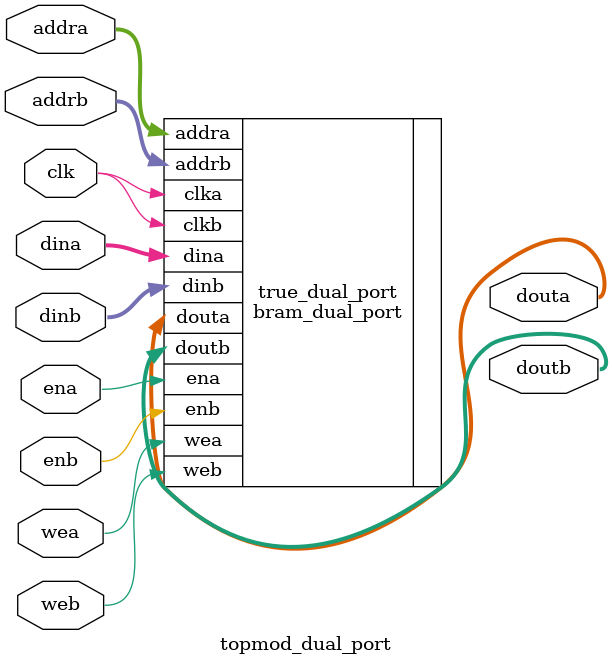
<source format=v>
`timescale 1ns / 1ps


module topmod_dual_port(input clk, input ena, input wea, input[3:0] addra, input[15:0] dina, output[15:0] douta, input enb, input web, input[3:0] addrb, input[15:0] dinb, output[15:0] doutb);

bram_dual_port true_dual_port (
  .clka(clk),    // input wire clka
  .ena(ena),      // input wire ena
  .wea(wea),      // input wire [0 : 0] wea
  .addra(addra),  // input wire [3 : 0] addra
  .dina(dina),    // input wire [15 : 0] dina
  .douta(douta),  // output wire [15 : 0] douta
  .clkb(clk),    // input wire clkb
  .enb(enb),      // input wire enb
  .web(web),      // input wire [0 : 0] web
  .addrb(addrb),  // input wire [3 : 0] addrb
  .dinb(dinb),    // input wire [15 : 0] dinb
  .doutb(doutb)  // output wire [15 : 0] doutb
);

endmodule

</source>
